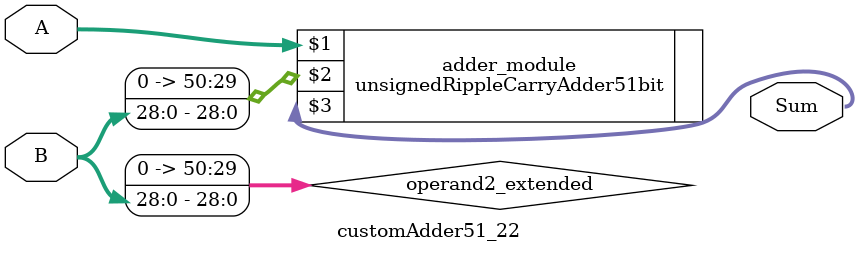
<source format=v>
module customAdder51_22(
                        input [50 : 0] A,
                        input [28 : 0] B,
                        
                        output [51 : 0] Sum
                );

        wire [50 : 0] operand2_extended;
        
        assign operand2_extended =  {22'b0, B};
        
        unsignedRippleCarryAdder51bit adder_module(
            A,
            operand2_extended,
            Sum
        );
        
        endmodule
        
</source>
